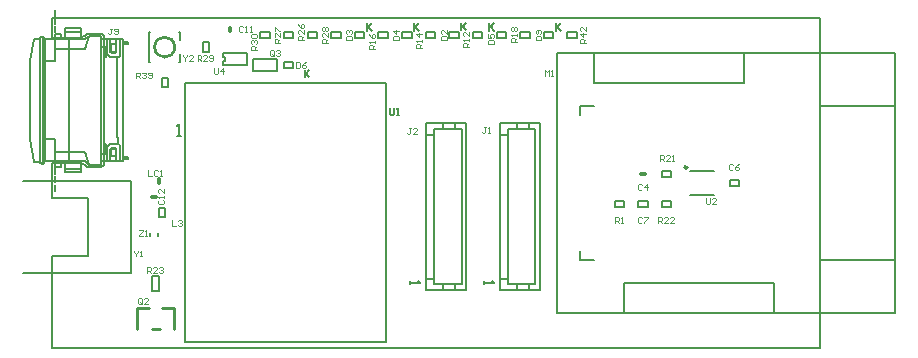
<source format=gto>
G04*
G04 #@! TF.GenerationSoftware,Altium Limited,Altium Designer,21.9.2 (33)*
G04*
G04 Layer_Color=16777215*
%FSLAX44Y44*%
%MOMM*%
G71*
G04*
G04 #@! TF.SameCoordinates,5C5C66F8-9FC8-4E62-95D0-8360453F7E55*
G04*
G04*
G04 #@! TF.FilePolarity,Positive*
G04*
G01*
G75*
%ADD10C,0.2000*%
%ADD11C,0.2500*%
%ADD12C,0.2540*%
%ADD13C,0.3000*%
%ADD14C,0.1000*%
%ADD15C,0.1500*%
D10*
X46001Y250165D02*
G03*
X46295Y249458I998J0D01*
G01*
X48706Y247043D02*
G03*
X49415Y246749I709J706D01*
G01*
X49001Y251250D02*
G03*
X49999Y250249I1000J-1D01*
G01*
X52999D02*
G03*
X54000Y251250I0J1001D01*
G01*
X56001Y246751D02*
G03*
X56999Y247750I0J998D01*
G01*
X49415Y173249D02*
G03*
X48708Y172955I0J-998D01*
G01*
X46293Y170544D02*
G03*
X45999Y169835I706J-709D01*
G01*
X49999Y169751D02*
G03*
X49001Y168750I1J-1000D01*
G01*
X54000D02*
G03*
X52999Y169751I-1001J0D01*
G01*
X56999Y172250D02*
G03*
X56001Y173249I-998J0D01*
G01*
X169990Y234750D02*
X190310D01*
X169990D02*
Y245250D01*
X190310D01*
Y234750D02*
Y245250D01*
X650251Y29999D02*
Y249999D01*
X427001Y29999D02*
X645251D01*
X427001D02*
Y249999D01*
X650251D01*
X713251D01*
Y29999D02*
Y249999D01*
X645251Y29999D02*
X713251D01*
X446251Y74999D02*
X458501D01*
X446251D02*
Y82249D01*
Y204999D02*
X458501D01*
X446251Y197749D02*
Y204999D01*
X650251Y74999D02*
X713251D01*
Y204999D01*
X650251D02*
X713251D01*
X611202Y30300D02*
Y55700D01*
X585751Y224300D02*
Y249999D01*
X484200Y55700D02*
X611202D01*
X458800Y224300D02*
X585751D01*
X484200Y29999D02*
Y55700D01*
X458800Y224300D02*
Y249999D01*
X236000Y267500D02*
X244000D01*
X236000Y262500D02*
Y267500D01*
Y262500D02*
X244000D01*
Y267500D01*
X196000Y262500D02*
X204000D01*
Y267500D01*
X196000D02*
X204000D01*
X196000Y262500D02*
Y267500D01*
X216000Y262500D02*
X224000D01*
Y267500D01*
X216000D02*
X224000D01*
X216000Y262500D02*
Y267500D01*
X83000Y94750D02*
Y96000D01*
Y97250D01*
X89000Y94750D02*
Y96000D01*
Y97250D01*
X-24900Y63650D02*
X66500D01*
Y141350D01*
X-24900D02*
X66500D01*
X92500Y221000D02*
Y229000D01*
Y221000D02*
X97500D01*
Y229000D01*
X92500D02*
X97500D01*
X516000Y125000D02*
X524000D01*
X516000Y120000D02*
Y125000D01*
Y120000D02*
X524000D01*
Y125000D01*
X516000Y150000D02*
X524000D01*
X516000Y145000D02*
Y150000D01*
Y145000D02*
X524000D01*
Y150000D01*
X396000Y267500D02*
X404000D01*
X396000Y262500D02*
Y267500D01*
Y262500D02*
X404000D01*
Y267500D01*
X276000D02*
X284000D01*
X276000Y262500D02*
Y267500D01*
Y262500D02*
X284000D01*
Y267500D01*
X316000D02*
X324000D01*
X316000Y262500D02*
Y267500D01*
Y262500D02*
X324000D01*
Y267500D01*
X356000D02*
X364000D01*
X356000Y262500D02*
Y267500D01*
Y262500D02*
X364000D01*
Y267500D01*
X476000Y120000D02*
X484000D01*
Y125000D01*
X476000D02*
X484000D01*
X476000Y120000D02*
Y125000D01*
X2001Y281501D02*
Y286500D01*
Y274501D02*
Y279499D01*
X11000Y271001D02*
X24000D01*
X2001Y267500D02*
Y272499D01*
X11000Y268001D02*
X24000D01*
X2001Y266500D02*
X6999D01*
X11000Y261501D02*
Y271001D01*
X24000Y261501D02*
Y271001D01*
X30721Y264501D02*
X41000D01*
X29773Y263815D02*
X30721Y264501D01*
X2001Y261501D02*
Y266500D01*
X6999Y261501D02*
Y266500D01*
X-10295Y263498D02*
X-7654Y263861D01*
X-10801Y261999D02*
X-10295Y263498D01*
X-19330Y243000D02*
X-15993Y261999D01*
X-10801D01*
Y158001D02*
Y261999D01*
X-7654Y263861D02*
X-6000Y261501D01*
Y243000D02*
X2001D01*
Y261501D01*
X6999D01*
X-6000D02*
X27919D01*
X2001Y253500D02*
X27388D01*
X11000Y261501D02*
X24000D01*
X27919D02*
X29773Y263815D01*
X27388Y253500D02*
X30721Y264501D01*
X41000Y155499D02*
Y264501D01*
Y255151D02*
X45501D01*
X43499Y247000D02*
X45501D01*
Y255151D01*
X46001Y250165D02*
Y261750D01*
X46293Y249456D02*
X48706Y247043D01*
X49001Y251250D02*
Y261750D01*
X49499Y251250D02*
Y257501D01*
X49999Y250249D02*
X52999D01*
X49499Y251250D02*
X53499D01*
X41000Y261750D02*
X59999D01*
X49499Y257501D02*
X53499D01*
X56999Y247750D02*
Y261750D01*
X59999Y257750D02*
X64101D01*
X59999D02*
Y259751D01*
X54000Y251250D02*
Y261750D01*
X54899Y245001D02*
Y246751D01*
X53499Y251250D02*
Y257501D01*
X59999Y259751D02*
X64101D01*
X49415Y246751D02*
X56001D01*
X64101Y257750D02*
Y259751D01*
X54449Y178550D02*
Y245001D01*
X54899D01*
X59999Y235499D02*
Y237501D01*
Y225499D02*
Y227501D01*
Y240500D02*
Y242499D01*
Y230500D02*
Y232499D01*
Y216500D02*
Y218499D01*
Y211501D02*
Y213500D01*
Y160249D02*
Y162251D01*
X64101Y160249D02*
Y162251D01*
X59999Y160249D02*
X64101D01*
X59999Y162251D02*
X64101D01*
X13891Y158499D02*
Y261501D01*
X-10801Y158001D02*
Y261999D01*
X-10295Y156503D02*
Y263498D01*
X-7654Y156139D02*
Y263861D01*
X-6000Y158499D02*
Y261501D01*
X-19330Y243000D02*
X-19323Y177000D01*
X-6000Y158499D02*
Y261501D01*
X43499Y173000D02*
Y247000D01*
X41000Y158250D02*
Y261750D01*
X-6000Y177000D02*
X2001D01*
X43499Y173000D02*
X45501D01*
X46293Y170544D02*
X48706Y172957D01*
X-19323Y177000D02*
X-15993Y158001D01*
X-10801D01*
X-10295Y156503D01*
X-7654Y156139D01*
X-6000Y158499D01*
X2001D02*
Y177000D01*
Y140500D02*
Y145499D01*
Y153500D02*
Y158499D01*
Y147501D02*
Y152500D01*
Y133500D02*
Y138499D01*
Y158499D02*
X6999D01*
X2001Y153500D02*
X6999D01*
Y158499D01*
X-6000D02*
X27919D01*
X11000Y148999D02*
Y158499D01*
X2001Y166500D02*
X27388D01*
X11000Y158499D02*
X24000D01*
X11000Y151999D02*
X24000D01*
X11000Y148999D02*
X24000D01*
Y158499D01*
X27919D02*
X29773Y156185D01*
X27388Y166500D02*
X30721Y155499D01*
X29773Y156185D02*
X30721Y155499D01*
X41000D01*
Y164849D02*
X45501D01*
Y173000D01*
X46001Y158250D02*
Y169835D01*
X49001Y158250D02*
Y168750D01*
X49499Y162500D02*
Y168750D01*
X59999Y201501D02*
Y203500D01*
Y206500D02*
Y208499D01*
Y158250D02*
Y261750D01*
Y192499D02*
Y194501D01*
Y187501D02*
Y189500D01*
Y182499D02*
Y184501D01*
X41000Y158250D02*
X59999D01*
X49999Y169751D02*
X52999D01*
X49499Y168750D02*
X53499D01*
X49499Y162500D02*
X53499D01*
X49415Y173249D02*
X56001D01*
X53499Y162500D02*
Y168750D01*
X54000Y158250D02*
Y168750D01*
X54449Y178550D02*
X55501D01*
Y173249D02*
Y178550D01*
X56999Y158250D02*
Y172250D01*
X59999Y177501D02*
Y179500D01*
X384000Y262500D02*
Y267500D01*
X376000Y262500D02*
X384000D01*
X376000D02*
Y267500D01*
X384000D01*
X496000Y125000D02*
X504000D01*
X496000Y120000D02*
Y125000D01*
Y120000D02*
X504000D01*
Y125000D01*
X573500Y142500D02*
X581500D01*
X573500Y137500D02*
Y142500D01*
Y137500D02*
X581500D01*
Y142500D01*
X256000Y267500D02*
X264000D01*
X256000Y262500D02*
Y267500D01*
Y262500D02*
X264000D01*
Y267500D01*
X296000D02*
X304000D01*
X296000Y262500D02*
Y267500D01*
Y262500D02*
X304000D01*
Y267500D01*
X336000D02*
X344000D01*
X336000Y262500D02*
Y267500D01*
Y262500D02*
X344000D01*
Y267500D01*
X424000Y262500D02*
Y267500D01*
X416000Y262500D02*
X424000D01*
X416000D02*
Y267500D01*
X424000D01*
X436000Y262500D02*
X444000D01*
Y267500D01*
X436000D02*
X444000D01*
X436000Y262500D02*
Y267500D01*
X539500Y130000D02*
X560500D01*
X539500Y150000D02*
X560500D01*
X112500Y5000D02*
Y225000D01*
Y5000D02*
X282500D01*
Y225000D01*
X112500D02*
X282500D01*
X196000Y237500D02*
X204000D01*
Y242500D01*
X196000D02*
X204000D01*
X196000Y237500D02*
Y242500D01*
X412828Y49247D02*
Y190749D01*
X408830Y54248D02*
Y185748D01*
X385330Y58998D02*
Y180998D01*
X378830Y58998D02*
Y180998D01*
X408830Y190749D02*
X412828D01*
X378830Y49248D02*
Y58998D01*
Y180998D02*
Y190749D01*
Y49248D02*
X393080D01*
X408830Y49247D02*
X412828D01*
X378830Y58998D02*
X385330D01*
Y54248D02*
Y58998D01*
Y54248D02*
X393080D01*
Y49248D02*
Y54248D01*
X403500D02*
X408830D01*
X403500Y49247D02*
Y54248D01*
Y49247D02*
X408830D01*
X403500Y185748D02*
X408830D01*
X403500D02*
Y190749D01*
X408830D01*
X393080Y54248D02*
X403500D01*
X393080Y49247D02*
Y49248D01*
Y49247D02*
X403500D01*
X378830Y180998D02*
X385330D01*
Y185748D01*
X403500D01*
X378830Y190749D02*
X403500D01*
X393080Y185748D02*
Y190749D01*
X350328Y49247D02*
Y190749D01*
X346330Y54248D02*
Y185748D01*
X322830Y58998D02*
Y180998D01*
X316330Y58998D02*
Y180998D01*
X346330Y190749D02*
X350328D01*
X316330Y49248D02*
Y58998D01*
Y180998D02*
Y190749D01*
Y49248D02*
X330580D01*
X346330Y49247D02*
X350328D01*
X316330Y58998D02*
X322830D01*
Y54248D02*
Y58998D01*
Y54248D02*
X330580D01*
Y49248D02*
Y54248D01*
X341000D02*
X346330D01*
X341000Y49247D02*
Y54248D01*
Y49247D02*
X346330D01*
X341000Y185748D02*
X346330D01*
X341000D02*
Y190749D01*
X346330D01*
X330580Y54248D02*
X341000D01*
X330580Y49247D02*
Y49248D01*
Y49247D02*
X341000D01*
X316330Y180998D02*
X322830D01*
Y185748D01*
X341000D01*
X316330Y190749D02*
X341000D01*
X330580Y185748D02*
Y190749D01*
X95500Y111000D02*
Y119000D01*
X90500D02*
X95500D01*
X90500Y111000D02*
Y119000D01*
Y111000D02*
X95500D01*
X90500Y48500D02*
Y61500D01*
X84500D02*
X90500D01*
X84500Y48500D02*
Y61500D01*
Y48500D02*
X90500D01*
X144690Y250250D02*
X165010D01*
Y239750D02*
Y250250D01*
X144690Y239750D02*
X165010D01*
X144690D02*
Y243500D01*
X146250D01*
Y246500D01*
X144690D02*
X146250D01*
X144690D02*
Y250250D01*
X108002Y244999D02*
Y248998D01*
Y265000D02*
Y268000D01*
X107000D02*
X108002D01*
Y261000D02*
Y265000D01*
Y242000D02*
Y244999D01*
X107000Y242000D02*
X108002D01*
X82002D02*
Y244999D01*
Y242000D02*
X83000D01*
X82002Y244999D02*
Y268000D01*
X83000D01*
X176000Y267500D02*
X184000D01*
X176000Y262500D02*
Y267500D01*
Y262500D02*
X184000D01*
Y267500D01*
X132500Y251000D02*
Y259000D01*
X127500D02*
X132500D01*
X127500Y251000D02*
Y259000D01*
Y251000D02*
X132500D01*
X105750Y179750D02*
X109082D01*
X107416D01*
Y189747D01*
X105750Y188081D01*
X365500Y56750D02*
Y54084D01*
Y55417D01*
X373497D01*
X372164Y56750D01*
X303000D02*
Y54084D01*
Y55417D01*
X310997D01*
X309664Y56750D01*
X23234Y262975D02*
G03*
X27344Y264678I0J5812D01*
G01*
X28985Y266319D02*
G03*
X29050Y266475I-156J156D01*
G01*
X43121Y265597D02*
G03*
X41000Y266475I-2121J-2121D01*
G01*
X44000Y263475D02*
G03*
X43121Y265597I-3000J0D01*
G01*
X43543Y154801D02*
G03*
X44000Y155903I-1103J1103D01*
G01*
X41000Y153500D02*
G03*
X43121Y154379I0J3000D01*
G01*
X29050Y153500D02*
G03*
X28985Y153656I-221J0D01*
G01*
X27344Y155298D02*
G03*
X23234Y157000I-4110J-4110D01*
G01*
X0Y262975D02*
Y280000D01*
X44000Y263475D02*
X44000Y155903D01*
X0Y262975D02*
X23234D01*
X27344Y264678D02*
X28985Y266319D01*
X29050Y266475D02*
X41000D01*
X43121Y265597D02*
Y265597D01*
Y154379D02*
X43543Y154801D01*
X29050Y153500D02*
X41000D01*
X27344Y155298D02*
X28985Y153656D01*
X0Y157000D02*
X23234D01*
X0Y127250D02*
Y156975D01*
Y127250D02*
X30000D01*
Y77750D02*
Y127250D01*
X0Y77750D02*
X30000D01*
X0Y0D02*
Y77750D01*
Y280000D02*
X650000D01*
Y0D02*
Y280000D01*
X0Y0D02*
X650000D01*
D11*
X537500Y153250D02*
G03*
X537500Y153250I-1250J0D01*
G01*
D12*
X103500Y255000D02*
G03*
X103500Y255000I-8500J0D01*
G01*
X72000Y16000D02*
Y34000D01*
X82100D01*
X92900D02*
X103000D01*
Y16000D02*
Y34000D01*
X84000Y16000D02*
X91100D01*
D13*
X90500Y140250D02*
Y143250D01*
X84500Y128500D02*
X87500D01*
X150000Y268500D02*
Y271500D01*
X498500Y147500D02*
X501500D01*
D14*
X80799Y150999D02*
Y146001D01*
X84131D01*
X89129Y150166D02*
X88296Y150999D01*
X86630D01*
X85797Y150166D01*
Y146834D01*
X86630Y146001D01*
X88296D01*
X89129Y146834D01*
X90795Y146001D02*
X92461D01*
X91628D01*
Y150999D01*
X90795Y150166D01*
X90594Y125464D02*
X89761Y124631D01*
Y122965D01*
X90594Y122132D01*
X93926D01*
X94759Y122965D01*
Y124631D01*
X93926Y125464D01*
X94759Y127130D02*
Y128797D01*
Y127963D01*
X89761D01*
X90594Y127130D01*
X94759Y134628D02*
Y131296D01*
X91427Y134628D01*
X90594D01*
X89761Y133795D01*
Y132129D01*
X90594Y131296D01*
X187367Y248084D02*
Y251416D01*
X186534Y252249D01*
X184868D01*
X184035Y251416D01*
Y248084D01*
X184868Y247251D01*
X186534D01*
X185701Y248917D02*
X187367Y247251D01*
X186534D02*
X187367Y248084D01*
X189033Y251416D02*
X189866Y252249D01*
X191532D01*
X192365Y251416D01*
Y250583D01*
X191532Y249750D01*
X190699D01*
X191532D01*
X192365Y248917D01*
Y248084D01*
X191532Y247251D01*
X189866D01*
X189033Y248084D01*
X553335Y127499D02*
Y123334D01*
X554168Y122501D01*
X555834D01*
X556667Y123334D01*
Y127499D01*
X561665Y122501D02*
X558333D01*
X561665Y125833D01*
Y126666D01*
X560832Y127499D01*
X559166D01*
X558333Y126666D01*
X417418Y230751D02*
Y235749D01*
X419084Y234083D01*
X420750Y235749D01*
Y230751D01*
X422416D02*
X424082D01*
X423249D01*
Y235749D01*
X422416Y234916D01*
X451999Y258335D02*
X447001D01*
Y260835D01*
X447834Y261668D01*
X449500D01*
X450333Y260835D01*
Y258335D01*
Y260002D02*
X451999Y261668D01*
Y265833D02*
X447001D01*
X449500Y263334D01*
Y266666D01*
X451999Y271665D02*
Y268332D01*
X448667Y271665D01*
X447834D01*
X447001Y270831D01*
Y269165D01*
X447834Y268332D01*
X409001Y260835D02*
X413999D01*
Y263334D01*
X413166Y264167D01*
X409834D01*
X409001Y263334D01*
Y260835D01*
X413166Y265833D02*
X413999Y266666D01*
Y268332D01*
X413166Y269165D01*
X409834D01*
X409001Y268332D01*
Y266666D01*
X409834Y265833D01*
X410667D01*
X411500Y266666D01*
Y269165D01*
X328751Y260835D02*
X333749D01*
Y263334D01*
X332916Y264167D01*
X329584D01*
X328751Y263334D01*
Y260835D01*
X333749Y269165D02*
Y265833D01*
X330417Y269165D01*
X329584D01*
X328751Y268332D01*
Y266666D01*
X329584Y265833D01*
X248751Y261085D02*
X253749D01*
Y263584D01*
X252916Y264417D01*
X249584D01*
X248751Y263584D01*
Y261085D01*
X249584Y266083D02*
X248751Y266916D01*
Y268582D01*
X249584Y269415D01*
X250417D01*
X251250Y268582D01*
Y267749D01*
Y268582D01*
X252083Y269415D01*
X252916D01*
X253749Y268582D01*
Y266916D01*
X252916Y266083D01*
X288501Y261335D02*
X293499D01*
Y263834D01*
X292666Y264667D01*
X289334D01*
X288501Y263834D01*
Y261335D01*
X293499Y268832D02*
X288501D01*
X291000Y266333D01*
Y269665D01*
X206585Y242499D02*
Y237501D01*
X209084D01*
X209917Y238334D01*
Y241666D01*
X209084Y242499D01*
X206585D01*
X214915D02*
X213249Y241666D01*
X211583Y240000D01*
Y238334D01*
X212416Y237501D01*
X214082D01*
X214915Y238334D01*
Y239167D01*
X214082Y240000D01*
X211583D01*
X367250Y187499D02*
X365584D01*
X366417D01*
Y183334D01*
X365584Y182501D01*
X364751D01*
X363918Y183334D01*
X368916Y182501D02*
X370582D01*
X369749D01*
Y187499D01*
X368916Y186666D01*
X303417Y186749D02*
X301751D01*
X302584D01*
Y182584D01*
X301751Y181751D01*
X300918D01*
X300085Y182584D01*
X308415Y181751D02*
X305083D01*
X308415Y185083D01*
Y185916D01*
X307582Y186749D01*
X305916D01*
X305083Y185916D01*
X101445Y108849D02*
Y103851D01*
X104777D01*
X106443Y108016D02*
X107276Y108849D01*
X108942D01*
X109775Y108016D01*
Y107183D01*
X108942Y106350D01*
X108109D01*
X108942D01*
X109775Y105517D01*
Y104684D01*
X108942Y103851D01*
X107276D01*
X106443Y104684D01*
X75667Y38084D02*
Y41416D01*
X74834Y42249D01*
X73168D01*
X72335Y41416D01*
Y38084D01*
X73168Y37251D01*
X74834D01*
X74001Y38917D02*
X75667Y37251D01*
X74834D02*
X75667Y38084D01*
X80665Y37251D02*
X77333D01*
X80665Y40583D01*
Y41416D01*
X79832Y42249D01*
X78166D01*
X77333Y41416D01*
X80336Y64001D02*
Y68999D01*
X82835D01*
X83668Y68166D01*
Y66500D01*
X82835Y65667D01*
X80336D01*
X82002D02*
X83668Y64001D01*
X88666D02*
X85334D01*
X88666Y67333D01*
Y68166D01*
X87833Y68999D01*
X86167D01*
X85334Y68166D01*
X90332D02*
X91165Y68999D01*
X92831D01*
X93665Y68166D01*
Y67333D01*
X92831Y66500D01*
X91998D01*
X92831D01*
X93665Y65667D01*
Y64834D01*
X92831Y64001D01*
X91165D01*
X90332Y64834D01*
X136585Y236999D02*
Y232834D01*
X137418Y232001D01*
X139084D01*
X139917Y232834D01*
Y236999D01*
X144082Y232001D02*
Y236999D01*
X141583Y234500D01*
X144915D01*
X110585Y248499D02*
Y247666D01*
X112251Y246000D01*
X113917Y247666D01*
Y248499D01*
X112251Y246000D02*
Y243501D01*
X118915D02*
X115583D01*
X118915Y246833D01*
Y247666D01*
X118082Y248499D01*
X116416D01*
X115583Y247666D01*
X173079Y252505D02*
X168081D01*
Y255005D01*
X168914Y255838D01*
X170580D01*
X171413Y255005D01*
Y252505D01*
Y254172D02*
X173079Y255838D01*
X168914Y257504D02*
X168081Y258337D01*
Y260003D01*
X168914Y260836D01*
X169747D01*
X170580Y260003D01*
Y259170D01*
Y260003D01*
X171413Y260836D01*
X172246D01*
X173079Y260003D01*
Y258337D01*
X172246Y257504D01*
X168914Y262502D02*
X168081Y263335D01*
Y265001D01*
X168914Y265835D01*
X172246D01*
X173079Y265001D01*
Y263335D01*
X172246Y262502D01*
X168914D01*
X122836Y243001D02*
Y247999D01*
X125335D01*
X126168Y247166D01*
Y245500D01*
X125335Y244667D01*
X122836D01*
X124502D02*
X126168Y243001D01*
X131166D02*
X127834D01*
X131166Y246333D01*
Y247166D01*
X130333Y247999D01*
X128667D01*
X127834Y247166D01*
X132832Y243834D02*
X133665Y243001D01*
X135331D01*
X136165Y243834D01*
Y247166D01*
X135331Y247999D01*
X133665D01*
X132832Y247166D01*
Y246333D01*
X133665Y245500D01*
X136165D01*
X232999Y258335D02*
X228001D01*
Y260835D01*
X228834Y261668D01*
X230500D01*
X231333Y260835D01*
Y258335D01*
Y260002D02*
X232999Y261668D01*
Y266666D02*
Y263334D01*
X229667Y266666D01*
X228834D01*
X228001Y265833D01*
Y264167D01*
X228834Y263334D01*
Y268332D02*
X228001Y269165D01*
Y270831D01*
X228834Y271665D01*
X229667D01*
X230500Y270831D01*
X231333Y271665D01*
X232166D01*
X232999Y270831D01*
Y269165D01*
X232166Y268332D01*
X231333D01*
X230500Y269165D01*
X229667Y268332D01*
X228834D01*
X230500Y269165D02*
Y270831D01*
X192999Y258836D02*
X188001D01*
Y261335D01*
X188834Y262168D01*
X190500D01*
X191333Y261335D01*
Y258836D01*
Y260502D02*
X192999Y262168D01*
Y267166D02*
Y263834D01*
X189667Y267166D01*
X188834D01*
X188001Y266333D01*
Y264667D01*
X188834Y263834D01*
X188001Y268832D02*
Y272164D01*
X188834D01*
X192166Y268832D01*
X192999D01*
X212749Y261336D02*
X207751D01*
Y263835D01*
X208584Y264668D01*
X210250D01*
X211083Y263835D01*
Y261336D01*
Y263002D02*
X212749Y264668D01*
Y269666D02*
Y266334D01*
X209417Y269666D01*
X208584D01*
X207751Y268833D01*
Y267167D01*
X208584Y266334D01*
X207751Y274664D02*
X208584Y272998D01*
X210250Y271332D01*
X211916D01*
X212749Y272165D01*
Y273831D01*
X211916Y274664D01*
X211083D01*
X210250Y273831D01*
Y271332D01*
X161667Y271916D02*
X160834Y272749D01*
X159168D01*
X158335Y271916D01*
Y268584D01*
X159168Y267751D01*
X160834D01*
X161667Y268584D01*
X163333Y267751D02*
X165000D01*
X164167D01*
Y272749D01*
X163333Y271916D01*
X167499Y267751D02*
X169165D01*
X168332D01*
Y272749D01*
X167499Y271916D01*
X73668Y99999D02*
X77000D01*
Y99166D01*
X73668Y95834D01*
Y95001D01*
X77000D01*
X78666D02*
X80332D01*
X79499D01*
Y99999D01*
X78666Y99166D01*
X69418Y82749D02*
Y81916D01*
X71084Y80250D01*
X72750Y81916D01*
Y82749D01*
X71084Y80250D02*
Y77751D01*
X74416D02*
X76082D01*
X75249D01*
Y82749D01*
X74416Y81916D01*
X70835Y228501D02*
Y233499D01*
X73335D01*
X74168Y232666D01*
Y231000D01*
X73335Y230167D01*
X70835D01*
X72502D02*
X74168Y228501D01*
X75834Y232666D02*
X76667Y233499D01*
X78333D01*
X79166Y232666D01*
Y231833D01*
X78333Y231000D01*
X77500D01*
X78333D01*
X79166Y230167D01*
Y229334D01*
X78333Y228501D01*
X76667D01*
X75834Y229334D01*
X80832D02*
X81665Y228501D01*
X83331D01*
X84164Y229334D01*
Y232666D01*
X83331Y233499D01*
X81665D01*
X80832Y232666D01*
Y231833D01*
X81665Y231000D01*
X84164D01*
X513084Y106180D02*
Y111178D01*
X515583D01*
X516416Y110345D01*
Y108679D01*
X515583Y107846D01*
X513084D01*
X514750D02*
X516416Y106180D01*
X521415D02*
X518082D01*
X521415Y109512D01*
Y110345D01*
X520582Y111178D01*
X518915D01*
X518082Y110345D01*
X526413Y106180D02*
X523081D01*
X526413Y109512D01*
Y110345D01*
X525580Y111178D01*
X523914D01*
X523081Y110345D01*
X514419Y158751D02*
Y163749D01*
X516918D01*
X517751Y162916D01*
Y161250D01*
X516918Y160417D01*
X514419D01*
X516085D02*
X517751Y158751D01*
X522749D02*
X519417D01*
X522749Y162083D01*
Y162916D01*
X521916Y163749D01*
X520250D01*
X519417Y162916D01*
X524415Y158751D02*
X526081D01*
X525248D01*
Y163749D01*
X524415Y162916D01*
X393249Y259252D02*
X388251D01*
Y261751D01*
X389084Y262584D01*
X390750D01*
X391583Y261751D01*
Y259252D01*
Y260918D02*
X393249Y262584D01*
Y264250D02*
Y265917D01*
Y265084D01*
X388251D01*
X389084Y264250D01*
Y268416D02*
X388251Y269249D01*
Y270915D01*
X389084Y271748D01*
X389917D01*
X390750Y270915D01*
X391583Y271748D01*
X392416D01*
X393249Y270915D01*
Y269249D01*
X392416Y268416D01*
X391583D01*
X390750Y269249D01*
X389917Y268416D01*
X389084D01*
X390750Y269249D02*
Y270915D01*
X272999Y253752D02*
X268001D01*
Y256251D01*
X268834Y257084D01*
X270500D01*
X271333Y256251D01*
Y253752D01*
Y255418D02*
X272999Y257084D01*
Y258750D02*
Y260417D01*
Y259583D01*
X268001D01*
X268834Y258750D01*
X268001Y266248D02*
X268834Y264582D01*
X270500Y262916D01*
X272166D01*
X272999Y263749D01*
Y265415D01*
X272166Y266248D01*
X271333D01*
X270500Y265415D01*
Y262916D01*
X312999Y254252D02*
X308001D01*
Y256751D01*
X308834Y257584D01*
X310500D01*
X311333Y256751D01*
Y254252D01*
Y255918D02*
X312999Y257584D01*
Y259250D02*
Y260917D01*
Y260084D01*
X308001D01*
X308834Y259250D01*
X312999Y265915D02*
X308001D01*
X310500Y263416D01*
Y266748D01*
X352999Y255002D02*
X348001D01*
Y257501D01*
X348834Y258334D01*
X350500D01*
X351333Y257501D01*
Y255002D01*
Y256668D02*
X352999Y258334D01*
Y260000D02*
Y261667D01*
Y260833D01*
X348001D01*
X348834Y260000D01*
X352999Y267498D02*
Y264166D01*
X349667Y267498D01*
X348834D01*
X348001Y266665D01*
Y264999D01*
X348834Y264166D01*
X476508Y106180D02*
Y111178D01*
X479007D01*
X479840Y110345D01*
Y108679D01*
X479007Y107846D01*
X476508D01*
X478174D02*
X479840Y106180D01*
X481506D02*
X483172D01*
X482339D01*
Y111178D01*
X481506Y110345D01*
X50167Y270749D02*
X48501D01*
X49334D01*
Y266584D01*
X48501Y265751D01*
X47668D01*
X46835Y266584D01*
X51833D02*
X52666Y265751D01*
X54332D01*
X55165Y266584D01*
Y269916D01*
X54332Y270749D01*
X52666D01*
X51833Y269916D01*
Y269083D01*
X52666Y268250D01*
X55165D01*
X369001Y257585D02*
X373999D01*
Y260084D01*
X373166Y260917D01*
X369834D01*
X369001Y260084D01*
Y257585D01*
Y265915D02*
Y262583D01*
X371500D01*
X370667Y264249D01*
Y265082D01*
X371500Y265915D01*
X373166D01*
X373999Y265082D01*
Y263416D01*
X373166Y262583D01*
X498890Y110345D02*
X498057Y111178D01*
X496391D01*
X495558Y110345D01*
Y107013D01*
X496391Y106180D01*
X498057D01*
X498890Y107013D01*
X500556Y111178D02*
X503889D01*
Y110345D01*
X500556Y107013D01*
Y106180D01*
X576167Y155166D02*
X575334Y155999D01*
X573668D01*
X572835Y155166D01*
Y151834D01*
X573668Y151001D01*
X575334D01*
X576167Y151834D01*
X581165Y155999D02*
X579499Y155166D01*
X577833Y153500D01*
Y151834D01*
X578666Y151001D01*
X580332D01*
X581165Y151834D01*
Y152667D01*
X580332Y153500D01*
X577833D01*
X499167Y138416D02*
X498334Y139249D01*
X496668D01*
X495835Y138416D01*
Y135084D01*
X496668Y134251D01*
X498334D01*
X499167Y135084D01*
X503332Y134251D02*
Y139249D01*
X500833Y136750D01*
X504165D01*
D15*
X370000Y274998D02*
Y269000D01*
Y270999D01*
X373999Y274998D01*
X371000Y271999D01*
X373999Y269000D01*
X266250Y274998D02*
Y269000D01*
Y270999D01*
X270249Y274998D01*
X267250Y271999D01*
X270249Y269000D01*
X306250Y274998D02*
Y269000D01*
Y270999D01*
X310249Y274998D01*
X307250Y271999D01*
X310249Y269000D01*
X346250Y275248D02*
Y269250D01*
Y271249D01*
X350249Y275248D01*
X347250Y272249D01*
X350249Y269250D01*
X426250Y274998D02*
Y269000D01*
Y270999D01*
X430249Y274998D01*
X427250Y271999D01*
X430249Y269000D01*
X213420Y235538D02*
Y229540D01*
Y231539D01*
X217419Y235538D01*
X214420Y232539D01*
X217419Y229540D01*
X285501Y203499D02*
Y198501D01*
X286501Y197501D01*
X288500D01*
X289500Y198501D01*
Y203499D01*
X291499Y197501D02*
X293499D01*
X292499D01*
Y203499D01*
X291499Y202499D01*
M02*

</source>
